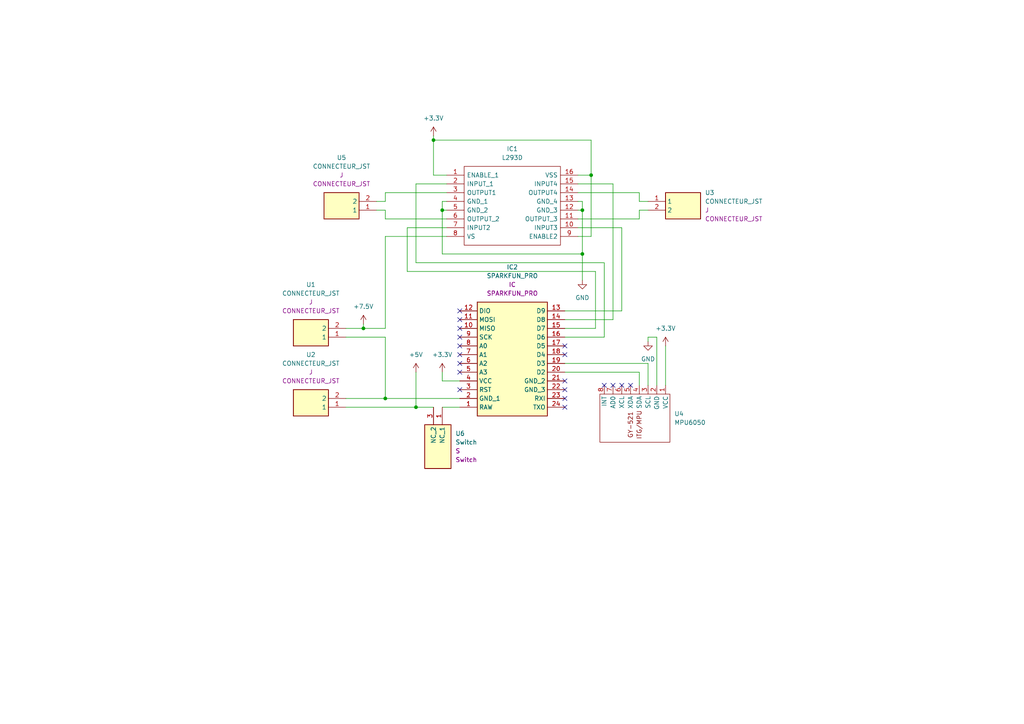
<source format=kicad_sch>
(kicad_sch (version 20211123) (generator eeschema)

  (uuid c3e844a0-c2f5-4fac-ad2b-c1267fa1b17a)

  (paper "A4")

  (lib_symbols
    (symbol "Reaction_Wheel:CONNECTEUR_JST" (in_bom yes) (on_board yes)
      (property "Reference" "" (id 0) (at 0 0 0)
        (effects (font (size 1.27 1.27)))
      )
      (property "Value" "CONNECTEUR_JST" (id 1) (at 24.13 3.81 0)
        (effects (font (size 1.27 1.27)))
      )
      (property "Footprint" "" (id 2) (at 0 0 0)
        (effects (font (size 1.27 1.27)) hide)
      )
      (property "Datasheet" "" (id 3) (at 0 0 0)
        (effects (font (size 1.27 1.27)) hide)
      )
      (property "Reference_1" "J" (id 4) (at 16.51 7.62 0)
        (effects (font (size 1.27 1.27)) (justify left top))
      )
      (property "Value_1" "CONNECTEUR_JST" (id 5) (at 15.24 5.08 0)
        (effects (font (size 1.27 1.27)) (justify left top))
      )
      (property "Footprint_1" "SHDR2W50P0X200_1X2_590X450X600P" (id 6) (at 16.51 -94.92 0)
        (effects (font (size 1.27 1.27)) (justify left top) hide)
      )
      (property "Datasheet_1" "https://datasheet.lcsc.com/szlcsc/JST-Sales-America-B2B-PH-K-S-LF-SN_C131337.pdf" (id 7) (at 16.51 -194.92 0)
        (effects (font (size 1.27 1.27)) (justify left top) hide)
      )
      (property "Height" "6" (id 8) (at 16.51 -394.92 0)
        (effects (font (size 1.27 1.27)) (justify left top) hide)
      )
      (property "Manufacturer_Name" "JST (JAPAN SOLDERLESS TERMINALS)" (id 9) (at 16.51 -494.92 0)
        (effects (font (size 1.27 1.27)) (justify left top) hide)
      )
      (property "Manufacturer_Part_Number" "B2B-PH-K-S(LF)(SN)" (id 10) (at 16.51 -594.92 0)
        (effects (font (size 1.27 1.27)) (justify left top) hide)
      )
      (property "Mouser Part Number" "" (id 11) (at 16.51 -694.92 0)
        (effects (font (size 1.27 1.27)) (justify left top) hide)
      )
      (property "Mouser Price/Stock" "" (id 12) (at 16.51 -794.92 0)
        (effects (font (size 1.27 1.27)) (justify left top) hide)
      )
      (property "Arrow Part Number" "B2B-PH-K-S(LF)(SN)" (id 13) (at 16.51 -894.92 0)
        (effects (font (size 1.27 1.27)) (justify left top) hide)
      )
      (property "Arrow Price/Stock" "https://www.arrow.com/en/products/b2b-ph-k-s-lf-sn/jst-manufacturing?region=europe" (id 14) (at 16.51 -994.92 0)
        (effects (font (size 1.27 1.27)) (justify left top) hide)
      )
      (property "ki_description" "Conn Shrouded Header HDR 2 POS 2mm Solder ST Thru-Hole Box" (id 15) (at 0 0 0)
        (effects (font (size 1.27 1.27)) hide)
      )
      (symbol "CONNECTEUR_JST_1_1"
        (rectangle (start 5.08 2.54) (end 15.24 -5.08)
          (stroke (width 0.254) (type default) (color 0 0 0 0))
          (fill (type background))
        )
        (pin passive line (at 0 0 0) (length 5.08)
          (name "1" (effects (font (size 1.27 1.27))))
          (number "1" (effects (font (size 1.27 1.27))))
        )
        (pin passive line (at 0 -2.54 0) (length 5.08)
          (name "2" (effects (font (size 1.27 1.27))))
          (number "2" (effects (font (size 1.27 1.27))))
        )
      )
    )
    (symbol "Reaction_Wheel:L293D" (pin_names (offset 0.762)) (in_bom yes) (on_board yes)
      (property "Reference" "IC" (id 0) (at 34.29 7.62 0)
        (effects (font (size 1.27 1.27)) (justify left))
      )
      (property "Value" "L293D" (id 1) (at 34.29 5.08 0)
        (effects (font (size 1.27 1.27)) (justify left))
      )
      (property "Footprint" "DIP880W50P254L2000H510Q16N" (id 2) (at 34.29 2.54 0)
        (effects (font (size 1.27 1.27)) (justify left) hide)
      )
      (property "Datasheet" "http://www.st.com/web/en/resource/technical/document/datasheet/CD00000059.pdf" (id 3) (at 34.29 0 0)
        (effects (font (size 1.27 1.27)) (justify left) hide)
      )
      (property "Description" "L293D, Motor Driver, 4.5  36 V, 16-Pin Power PDIP" (id 4) (at 34.29 -2.54 0)
        (effects (font (size 1.27 1.27)) (justify left) hide)
      )
      (property "Height" "5.1" (id 5) (at 34.29 -5.08 0)
        (effects (font (size 1.27 1.27)) (justify left) hide)
      )
      (property "Manufacturer_Name" "STMicroelectronics" (id 6) (at 34.29 -7.62 0)
        (effects (font (size 1.27 1.27)) (justify left) hide)
      )
      (property "Manufacturer_Part_Number" "L293D" (id 7) (at 34.29 -10.16 0)
        (effects (font (size 1.27 1.27)) (justify left) hide)
      )
      (property "Mouser Part Number" "511-L293D" (id 8) (at 34.29 -12.7 0)
        (effects (font (size 1.27 1.27)) (justify left) hide)
      )
      (property "Mouser Price/Stock" "https://www.mouser.co.uk/ProductDetail/STMicroelectronics/L293D?qs=gr8Zi5OG3MgMJ1ICDzLQbg%3D%3D" (id 9) (at 34.29 -15.24 0)
        (effects (font (size 1.27 1.27)) (justify left) hide)
      )
      (property "Arrow Part Number" "L293D" (id 10) (at 34.29 -17.78 0)
        (effects (font (size 1.27 1.27)) (justify left) hide)
      )
      (property "Arrow Price/Stock" "https://www.arrow.com/en/products/l293d/stmicroelectronics?region=nac" (id 11) (at 34.29 -20.32 0)
        (effects (font (size 1.27 1.27)) (justify left) hide)
      )
      (property "ki_description" "L293D, Motor Driver, 4.5  36 V, 16-Pin Power PDIP" (id 12) (at 0 0 0)
        (effects (font (size 1.27 1.27)) hide)
      )
      (symbol "L293D_0_0"
        (pin passive line (at 0 0 0) (length 5.08)
          (name "ENABLE_1" (effects (font (size 1.27 1.27))))
          (number "1" (effects (font (size 1.27 1.27))))
        )
        (pin passive line (at 38.1 -15.24 180) (length 5.08)
          (name "INPUT3" (effects (font (size 1.27 1.27))))
          (number "10" (effects (font (size 1.27 1.27))))
        )
        (pin passive line (at 38.1 -12.7 180) (length 5.08)
          (name "OUTPUT_3" (effects (font (size 1.27 1.27))))
          (number "11" (effects (font (size 1.27 1.27))))
        )
        (pin passive line (at 38.1 -10.16 180) (length 5.08)
          (name "GND_3" (effects (font (size 1.27 1.27))))
          (number "12" (effects (font (size 1.27 1.27))))
        )
        (pin passive line (at 38.1 -7.62 180) (length 5.08)
          (name "GND_4" (effects (font (size 1.27 1.27))))
          (number "13" (effects (font (size 1.27 1.27))))
        )
        (pin passive line (at 38.1 -5.08 180) (length 5.08)
          (name "OUTPUT4" (effects (font (size 1.27 1.27))))
          (number "14" (effects (font (size 1.27 1.27))))
        )
        (pin passive line (at 38.1 -2.54 180) (length 5.08)
          (name "INPUT4" (effects (font (size 1.27 1.27))))
          (number "15" (effects (font (size 1.27 1.27))))
        )
        (pin passive line (at 38.1 0 180) (length 5.08)
          (name "VSS" (effects (font (size 1.27 1.27))))
          (number "16" (effects (font (size 1.27 1.27))))
        )
        (pin passive line (at 0 -2.54 0) (length 5.08)
          (name "INPUT_1" (effects (font (size 1.27 1.27))))
          (number "2" (effects (font (size 1.27 1.27))))
        )
        (pin passive line (at 0 -5.08 0) (length 5.08)
          (name "OUTPUT1" (effects (font (size 1.27 1.27))))
          (number "3" (effects (font (size 1.27 1.27))))
        )
        (pin passive line (at 0 -7.62 0) (length 5.08)
          (name "GND_1" (effects (font (size 1.27 1.27))))
          (number "4" (effects (font (size 1.27 1.27))))
        )
        (pin passive line (at 0 -10.16 0) (length 5.08)
          (name "GND_2" (effects (font (size 1.27 1.27))))
          (number "5" (effects (font (size 1.27 1.27))))
        )
        (pin passive line (at 0 -12.7 0) (length 5.08)
          (name "OUTPUT_2" (effects (font (size 1.27 1.27))))
          (number "6" (effects (font (size 1.27 1.27))))
        )
        (pin passive line (at 0 -15.24 0) (length 5.08)
          (name "INPUT2" (effects (font (size 1.27 1.27))))
          (number "7" (effects (font (size 1.27 1.27))))
        )
        (pin passive line (at 0 -17.78 0) (length 5.08)
          (name "VS" (effects (font (size 1.27 1.27))))
          (number "8" (effects (font (size 1.27 1.27))))
        )
        (pin passive line (at 38.1 -17.78 180) (length 5.08)
          (name "ENABLE2" (effects (font (size 1.27 1.27))))
          (number "9" (effects (font (size 1.27 1.27))))
        )
      )
      (symbol "L293D_0_1"
        (polyline
          (pts
            (xy 5.08 2.54)
            (xy 33.02 2.54)
            (xy 33.02 -20.32)
            (xy 5.08 -20.32)
            (xy 5.08 2.54)
          )
          (stroke (width 0.1524) (type default) (color 0 0 0 0))
          (fill (type none))
        )
      )
    )
    (symbol "Reaction_Wheel:MPU6050" (in_bom yes) (on_board yes)
      (property "Reference" "U" (id 0) (at 0 -15.24 0)
        (effects (font (size 1.27 1.27)))
      )
      (property "Value" "MPU6050" (id 1) (at 0 7.62 0)
        (effects (font (size 1.27 1.27)))
      )
      (property "Footprint" "" (id 2) (at 0 0 0)
        (effects (font (size 1.27 1.27)) hide)
      )
      (property "Datasheet" "" (id 3) (at 0 0 0)
        (effects (font (size 1.27 1.27)) hide)
      )
      (symbol "MPU6050_0_0"
        (text "GY-521" (at 2.54 -5.08 0)
          (effects (font (size 1.27 1.27)))
        )
        (text "ITG/MPU" (at 2.54 -2.54 0)
          (effects (font (size 1.27 1.27)))
        )
      )
      (symbol "MPU6050_0_1"
        (polyline
          (pts
            (xy -6.35 6.35)
            (xy 7.62 6.35)
            (xy 7.62 -13.97)
            (xy -6.35 -13.97)
            (xy -6.35 6.35)
          )
          (stroke (width 0) (type default) (color 0 0 0 0))
          (fill (type none))
        )
      )
      (symbol "MPU6050_1_1"
        (pin input line (at -8.89 5.08 0) (length 2.54)
          (name "VCC" (effects (font (size 1.27 1.27))))
          (number "1" (effects (font (size 1.27 1.27))))
        )
        (pin input line (at -8.89 2.54 0) (length 2.54)
          (name "GND" (effects (font (size 1.27 1.27))))
          (number "2" (effects (font (size 1.27 1.27))))
        )
        (pin input line (at -8.89 0 0) (length 2.54)
          (name "SCL" (effects (font (size 1.27 1.27))))
          (number "3" (effects (font (size 1.27 1.27))))
        )
        (pin input line (at -8.89 -2.54 0) (length 2.54)
          (name "SDA" (effects (font (size 1.27 1.27))))
          (number "4" (effects (font (size 1.27 1.27))))
        )
        (pin input line (at -8.89 -5.08 0) (length 2.54)
          (name "XDA" (effects (font (size 1.27 1.27))))
          (number "5" (effects (font (size 1.27 1.27))))
        )
        (pin input line (at -8.89 -7.62 0) (length 2.54)
          (name "XCL" (effects (font (size 1.27 1.27))))
          (number "6" (effects (font (size 1.27 1.27))))
        )
        (pin input line (at -8.89 -10.16 0) (length 2.54)
          (name "AD0" (effects (font (size 1.27 1.27))))
          (number "7" (effects (font (size 1.27 1.27))))
        )
        (pin input line (at -8.89 -12.7 0) (length 2.54)
          (name "INT" (effects (font (size 1.27 1.27))))
          (number "8" (effects (font (size 1.27 1.27))))
        )
      )
    )
    (symbol "Reaction_Wheel:SPARKFUN_PRO" (in_bom yes) (on_board yes)
      (property "Reference" "" (id 0) (at 0 0 0)
        (effects (font (size 1.27 1.27)))
      )
      (property "Value" "SPARKFUN_PRO" (id 1) (at 34.29 3.81 0)
        (effects (font (size 1.27 1.27)))
      )
      (property "Footprint" "" (id 2) (at 0 0 0)
        (effects (font (size 1.27 1.27)) hide)
      )
      (property "Datasheet" "" (id 3) (at 0 0 0)
        (effects (font (size 1.27 1.27)) hide)
      )
      (property "Reference_1" "IC" (id 4) (at 26.67 7.62 0)
        (effects (font (size 1.27 1.27)) (justify left top))
      )
      (property "Value_1" "SPARKFUN_PRO" (id 5) (at 26.67 5.08 0)
        (effects (font (size 1.27 1.27)) (justify left top))
      )
      (property "Footprint_1" "DEV12587" (id 6) (at 26.67 -94.92 0)
        (effects (font (size 1.27 1.27)) (justify left top) hide)
      )
      (property "Datasheet_1" "https://www.sparkfun.com/products/12587" (id 7) (at 26.67 -194.92 0)
        (effects (font (size 1.27 1.27)) (justify left top) hide)
      )
      (property "Height" "3" (id 8) (at 26.67 -394.92 0)
        (effects (font (size 1.27 1.27)) (justify left top) hide)
      )
      (property "Manufacturer_Name" "SparkFun" (id 9) (at 26.67 -494.92 0)
        (effects (font (size 1.27 1.27)) (justify left top) hide)
      )
      (property "Manufacturer_Part_Number" "DEV-12587" (id 10) (at 26.67 -594.92 0)
        (effects (font (size 1.27 1.27)) (justify left top) hide)
      )
      (property "Mouser Part Number" "474-DEV-12587" (id 11) (at 26.67 -694.92 0)
        (effects (font (size 1.27 1.27)) (justify left top) hide)
      )
      (property "Mouser Price/Stock" "https://www.mouser.co.uk/ProductDetail/SparkFun/DEV-12587?qs=WyAARYrbSnYogCXHZ75wqw%3D%3D" (id 12) (at 26.67 -794.92 0)
        (effects (font (size 1.27 1.27)) (justify left top) hide)
      )
      (property "Arrow Part Number" "DEV-12587" (id 13) (at 26.67 -894.92 0)
        (effects (font (size 1.27 1.27)) (justify left top) hide)
      )
      (property "Arrow Price/Stock" "https://www.arrow.com/en/products/dev-12587/sparkfun-electronics?region=nac" (id 14) (at 26.67 -994.92 0)
        (effects (font (size 1.27 1.27)) (justify left top) hide)
      )
      (property "ki_description" "Development Boards & Kits - AVR Pro Micro - 3.3V/8MHz" (id 15) (at 0 0 0)
        (effects (font (size 1.27 1.27)) hide)
      )
      (symbol "SPARKFUN_PRO_1_1"
        (rectangle (start 5.08 2.54) (end 25.4 -30.48)
          (stroke (width 0.254) (type default) (color 0 0 0 0))
          (fill (type background))
        )
        (pin passive line (at 0 -27.94 0) (length 5.08)
          (name "RAW" (effects (font (size 1.27 1.27))))
          (number "1" (effects (font (size 1.27 1.27))))
        )
        (pin passive line (at 0 -5.08 0) (length 5.08)
          (name "MISO" (effects (font (size 1.27 1.27))))
          (number "10" (effects (font (size 1.27 1.27))))
        )
        (pin passive line (at 0 -2.54 0) (length 5.08)
          (name "MOSI" (effects (font (size 1.27 1.27))))
          (number "11" (effects (font (size 1.27 1.27))))
        )
        (pin passive line (at 0 0 0) (length 5.08)
          (name "DIO" (effects (font (size 1.27 1.27))))
          (number "12" (effects (font (size 1.27 1.27))))
        )
        (pin passive line (at 30.48 0 180) (length 5.08)
          (name "D9" (effects (font (size 1.27 1.27))))
          (number "13" (effects (font (size 1.27 1.27))))
        )
        (pin passive line (at 30.48 -2.54 180) (length 5.08)
          (name "D8" (effects (font (size 1.27 1.27))))
          (number "14" (effects (font (size 1.27 1.27))))
        )
        (pin passive line (at 30.48 -5.08 180) (length 5.08)
          (name "D7" (effects (font (size 1.27 1.27))))
          (number "15" (effects (font (size 1.27 1.27))))
        )
        (pin passive line (at 30.48 -7.62 180) (length 5.08)
          (name "D6" (effects (font (size 1.27 1.27))))
          (number "16" (effects (font (size 1.27 1.27))))
        )
        (pin passive line (at 30.48 -10.16 180) (length 5.08)
          (name "D5" (effects (font (size 1.27 1.27))))
          (number "17" (effects (font (size 1.27 1.27))))
        )
        (pin passive line (at 30.48 -12.7 180) (length 5.08)
          (name "D4" (effects (font (size 1.27 1.27))))
          (number "18" (effects (font (size 1.27 1.27))))
        )
        (pin passive line (at 30.48 -15.24 180) (length 5.08)
          (name "D3" (effects (font (size 1.27 1.27))))
          (number "19" (effects (font (size 1.27 1.27))))
        )
        (pin passive line (at 0 -25.4 0) (length 5.08)
          (name "GND_1" (effects (font (size 1.27 1.27))))
          (number "2" (effects (font (size 1.27 1.27))))
        )
        (pin passive line (at 30.48 -17.78 180) (length 5.08)
          (name "D2" (effects (font (size 1.27 1.27))))
          (number "20" (effects (font (size 1.27 1.27))))
        )
        (pin passive line (at 30.48 -20.32 180) (length 5.08)
          (name "GND_2" (effects (font (size 1.27 1.27))))
          (number "21" (effects (font (size 1.27 1.27))))
        )
        (pin passive line (at 30.48 -22.86 180) (length 5.08)
          (name "GND_3" (effects (font (size 1.27 1.27))))
          (number "22" (effects (font (size 1.27 1.27))))
        )
        (pin passive line (at 30.48 -25.4 180) (length 5.08)
          (name "RXI" (effects (font (size 1.27 1.27))))
          (number "23" (effects (font (size 1.27 1.27))))
        )
        (pin passive line (at 30.48 -27.94 180) (length 5.08)
          (name "TXO" (effects (font (size 1.27 1.27))))
          (number "24" (effects (font (size 1.27 1.27))))
        )
        (pin passive line (at 0 -22.86 0) (length 5.08)
          (name "RST" (effects (font (size 1.27 1.27))))
          (number "3" (effects (font (size 1.27 1.27))))
        )
        (pin passive line (at 0 -20.32 0) (length 5.08)
          (name "VCC" (effects (font (size 1.27 1.27))))
          (number "4" (effects (font (size 1.27 1.27))))
        )
        (pin passive line (at 0 -17.78 0) (length 5.08)
          (name "A3" (effects (font (size 1.27 1.27))))
          (number "5" (effects (font (size 1.27 1.27))))
        )
        (pin passive line (at 0 -15.24 0) (length 5.08)
          (name "A2" (effects (font (size 1.27 1.27))))
          (number "6" (effects (font (size 1.27 1.27))))
        )
        (pin passive line (at 0 -12.7 0) (length 5.08)
          (name "A1" (effects (font (size 1.27 1.27))))
          (number "7" (effects (font (size 1.27 1.27))))
        )
        (pin passive line (at 0 -10.16 0) (length 5.08)
          (name "A0" (effects (font (size 1.27 1.27))))
          (number "8" (effects (font (size 1.27 1.27))))
        )
        (pin passive line (at 0 -7.62 0) (length 5.08)
          (name "SCK" (effects (font (size 1.27 1.27))))
          (number "9" (effects (font (size 1.27 1.27))))
        )
      )
    )
    (symbol "Reaction_Wheel:Switch" (in_bom yes) (on_board yes)
      (property "Reference" "" (id 0) (at 0 0 0)
        (effects (font (size 1.27 1.27)))
      )
      (property "Value" "Switch" (id 1) (at 15.24 5.08 0)
        (effects (font (size 1.27 1.27)))
      )
      (property "Footprint" "" (id 2) (at 0 0 0)
        (effects (font (size 1.27 1.27)) hide)
      )
      (property "Datasheet" "" (id 3) (at 0 0 0)
        (effects (font (size 1.27 1.27)) hide)
      )
      (property "Reference_1" "S" (id 4) (at 19.05 7.62 0)
        (effects (font (size 1.27 1.27)) (justify left top))
      )
      (property "Value_1" "Switch" (id 5) (at 19.05 5.08 0)
        (effects (font (size 1.27 1.27)) (justify left top))
      )
      (property "Footprint_1" "A11HP" (id 6) (at 19.05 -94.92 0)
        (effects (font (size 1.27 1.27)) (justify left top) hide)
      )
      (property "Datasheet_1" "https://www.mouser.co.uk/datasheet/2/295/Atoggles-19525.pdf" (id 7) (at 19.05 -194.92 0)
        (effects (font (size 1.27 1.27)) (justify left top) hide)
      )
      (property "Height" "19.4" (id 8) (at 19.05 -394.92 0)
        (effects (font (size 1.27 1.27)) (justify left top) hide)
      )
      (property "Manufacturer_Name" "NKK Switches" (id 9) (at 19.05 -494.92 0)
        (effects (font (size 1.27 1.27)) (justify left top) hide)
      )
      (property "Manufacturer_Part_Number" "A11HP" (id 10) (at 19.05 -594.92 0)
        (effects (font (size 1.27 1.27)) (justify left top) hide)
      )
      (property "Mouser Part Number" "633-A11HP" (id 11) (at 19.05 -694.92 0)
        (effects (font (size 1.27 1.27)) (justify left top) hide)
      )
      (property "Mouser Price/Stock" "https://www.mouser.co.uk/ProductDetail/NKK-Switches/A11HP?qs=KqcCwYXy5KEHbEk28nKSSw%3D%3D" (id 12) (at 19.05 -794.92 0)
        (effects (font (size 1.27 1.27)) (justify left top) hide)
      )
      (property "Arrow Part Number" "A11HP" (id 13) (at 19.05 -894.92 0)
        (effects (font (size 1.27 1.27)) (justify left top) hide)
      )
      (property "Arrow Price/Stock" "https://www.arrow.com/en/products/a11hp/nkk-switches?region=nac" (id 14) (at 19.05 -994.92 0)
        (effects (font (size 1.27 1.27)) (justify left top) hide)
      )
      (property "ki_description" "Switch Toggle OFF None ON SPST Flat Lever PC Pins 0.1A 28VAC 28VDC 0.4VA PC Mount" (id 15) (at 0 0 0)
        (effects (font (size 1.27 1.27)) hide)
      )
      (symbol "Switch_1_1"
        (rectangle (start 5.08 2.54) (end 17.78 -5.08)
          (stroke (width 0.254) (type default) (color 0 0 0 0))
          (fill (type background))
        )
        (pin passive line (at 0 0 0) (length 5.08)
          (name "NC_1" (effects (font (size 1.27 1.27))))
          (number "1" (effects (font (size 1.27 1.27))))
        )
        (pin passive line (at 0 -2.54 0) (length 5.08)
          (name "NC_2" (effects (font (size 1.27 1.27))))
          (number "3" (effects (font (size 1.27 1.27))))
        )
      )
    )
    (symbol "power:+3.3V" (power) (pin_names (offset 0)) (in_bom yes) (on_board yes)
      (property "Reference" "#PWR" (id 0) (at 0 -3.81 0)
        (effects (font (size 1.27 1.27)) hide)
      )
      (property "Value" "+3.3V" (id 1) (at 0 3.556 0)
        (effects (font (size 1.27 1.27)))
      )
      (property "Footprint" "" (id 2) (at 0 0 0)
        (effects (font (size 1.27 1.27)) hide)
      )
      (property "Datasheet" "" (id 3) (at 0 0 0)
        (effects (font (size 1.27 1.27)) hide)
      )
      (property "ki_keywords" "global power" (id 4) (at 0 0 0)
        (effects (font (size 1.27 1.27)) hide)
      )
      (property "ki_description" "Power symbol creates a global label with name \"+3.3V\"" (id 5) (at 0 0 0)
        (effects (font (size 1.27 1.27)) hide)
      )
      (symbol "+3.3V_0_1"
        (polyline
          (pts
            (xy -0.762 1.27)
            (xy 0 2.54)
          )
          (stroke (width 0) (type default) (color 0 0 0 0))
          (fill (type none))
        )
        (polyline
          (pts
            (xy 0 0)
            (xy 0 2.54)
          )
          (stroke (width 0) (type default) (color 0 0 0 0))
          (fill (type none))
        )
        (polyline
          (pts
            (xy 0 2.54)
            (xy 0.762 1.27)
          )
          (stroke (width 0) (type default) (color 0 0 0 0))
          (fill (type none))
        )
      )
      (symbol "+3.3V_1_1"
        (pin power_in line (at 0 0 90) (length 0) hide
          (name "+3.3V" (effects (font (size 1.27 1.27))))
          (number "1" (effects (font (size 1.27 1.27))))
        )
      )
    )
    (symbol "power:+5V" (power) (pin_names (offset 0)) (in_bom yes) (on_board yes)
      (property "Reference" "#PWR" (id 0) (at 0 -3.81 0)
        (effects (font (size 1.27 1.27)) hide)
      )
      (property "Value" "+5V" (id 1) (at 0 3.556 0)
        (effects (font (size 1.27 1.27)))
      )
      (property "Footprint" "" (id 2) (at 0 0 0)
        (effects (font (size 1.27 1.27)) hide)
      )
      (property "Datasheet" "" (id 3) (at 0 0 0)
        (effects (font (size 1.27 1.27)) hide)
      )
      (property "ki_keywords" "global power" (id 4) (at 0 0 0)
        (effects (font (size 1.27 1.27)) hide)
      )
      (property "ki_description" "Power symbol creates a global label with name \"+5V\"" (id 5) (at 0 0 0)
        (effects (font (size 1.27 1.27)) hide)
      )
      (symbol "+5V_0_1"
        (polyline
          (pts
            (xy -0.762 1.27)
            (xy 0 2.54)
          )
          (stroke (width 0) (type default) (color 0 0 0 0))
          (fill (type none))
        )
        (polyline
          (pts
            (xy 0 0)
            (xy 0 2.54)
          )
          (stroke (width 0) (type default) (color 0 0 0 0))
          (fill (type none))
        )
        (polyline
          (pts
            (xy 0 2.54)
            (xy 0.762 1.27)
          )
          (stroke (width 0) (type default) (color 0 0 0 0))
          (fill (type none))
        )
      )
      (symbol "+5V_1_1"
        (pin power_in line (at 0 0 90) (length 0) hide
          (name "+5V" (effects (font (size 1.27 1.27))))
          (number "1" (effects (font (size 1.27 1.27))))
        )
      )
    )
    (symbol "power:+7.5V" (power) (pin_names (offset 0)) (in_bom yes) (on_board yes)
      (property "Reference" "#PWR" (id 0) (at 0 -3.81 0)
        (effects (font (size 1.27 1.27)) hide)
      )
      (property "Value" "+7.5V" (id 1) (at 0 3.556 0)
        (effects (font (size 1.27 1.27)))
      )
      (property "Footprint" "" (id 2) (at 0 0 0)
        (effects (font (size 1.27 1.27)) hide)
      )
      (property "Datasheet" "" (id 3) (at 0 0 0)
        (effects (font (size 1.27 1.27)) hide)
      )
      (property "ki_keywords" "global power" (id 4) (at 0 0 0)
        (effects (font (size 1.27 1.27)) hide)
      )
      (property "ki_description" "Power symbol creates a global label with name \"+7.5V\"" (id 5) (at 0 0 0)
        (effects (font (size 1.27 1.27)) hide)
      )
      (symbol "+7.5V_0_1"
        (polyline
          (pts
            (xy -0.762 1.27)
            (xy 0 2.54)
          )
          (stroke (width 0) (type default) (color 0 0 0 0))
          (fill (type none))
        )
        (polyline
          (pts
            (xy 0 0)
            (xy 0 2.54)
          )
          (stroke (width 0) (type default) (color 0 0 0 0))
          (fill (type none))
        )
        (polyline
          (pts
            (xy 0 2.54)
            (xy 0.762 1.27)
          )
          (stroke (width 0) (type default) (color 0 0 0 0))
          (fill (type none))
        )
      )
      (symbol "+7.5V_1_1"
        (pin power_in line (at 0 0 90) (length 0) hide
          (name "+7.5V" (effects (font (size 1.27 1.27))))
          (number "1" (effects (font (size 1.27 1.27))))
        )
      )
    )
    (symbol "power:GND" (power) (pin_names (offset 0)) (in_bom yes) (on_board yes)
      (property "Reference" "#PWR" (id 0) (at 0 -6.35 0)
        (effects (font (size 1.27 1.27)) hide)
      )
      (property "Value" "GND" (id 1) (at 0 -3.81 0)
        (effects (font (size 1.27 1.27)))
      )
      (property "Footprint" "" (id 2) (at 0 0 0)
        (effects (font (size 1.27 1.27)) hide)
      )
      (property "Datasheet" "" (id 3) (at 0 0 0)
        (effects (font (size 1.27 1.27)) hide)
      )
      (property "ki_keywords" "global power" (id 4) (at 0 0 0)
        (effects (font (size 1.27 1.27)) hide)
      )
      (property "ki_description" "Power symbol creates a global label with name \"GND\" , ground" (id 5) (at 0 0 0)
        (effects (font (size 1.27 1.27)) hide)
      )
      (symbol "GND_0_1"
        (polyline
          (pts
            (xy 0 0)
            (xy 0 -1.27)
            (xy 1.27 -1.27)
            (xy 0 -2.54)
            (xy -1.27 -1.27)
            (xy 0 -1.27)
          )
          (stroke (width 0) (type default) (color 0 0 0 0))
          (fill (type none))
        )
      )
      (symbol "GND_1_1"
        (pin power_in line (at 0 0 270) (length 0) hide
          (name "GND" (effects (font (size 1.27 1.27))))
          (number "1" (effects (font (size 1.27 1.27))))
        )
      )
    )
  )


  (junction (at 120.65 118.11) (diameter 0) (color 0 0 0 0)
    (uuid 0f2ee08b-0f94-4bf6-9216-f568f4b4b6c7)
  )
  (junction (at 128.27 60.96) (diameter 0) (color 0 0 0 0)
    (uuid 6082b8ab-a898-42ce-b51a-1fe1b9a1ffd2)
  )
  (junction (at 105.41 95.25) (diameter 0) (color 0 0 0 0)
    (uuid 8fdb0d76-530c-4001-9845-62c7dd87da39)
  )
  (junction (at 168.91 60.96) (diameter 0) (color 0 0 0 0)
    (uuid b46307ad-a31f-4a9e-a6b6-b682b4fb1850)
  )
  (junction (at 168.91 73.66) (diameter 0) (color 0 0 0 0)
    (uuid d7926853-79f6-435f-b956-3114ad98a1fb)
  )
  (junction (at 125.73 40.64) (diameter 0) (color 0 0 0 0)
    (uuid e68ff87b-2b6a-410e-89c3-13c18158fdb9)
  )
  (junction (at 171.45 50.8) (diameter 0) (color 0 0 0 0)
    (uuid f4edcca0-aeba-43c7-bf46-de8493f01d72)
  )
  (junction (at 111.76 115.57) (diameter 0) (color 0 0 0 0)
    (uuid fdd3f6f2-4928-4b6c-8870-8d1f0abb28f5)
  )

  (no_connect (at 175.26 111.76) (uuid 02cf617b-56d2-4181-96ef-9b5b7aca1312))
  (no_connect (at 133.35 113.03) (uuid 11afd1d9-1a8d-471c-866b-6d4f8394a813))
  (no_connect (at 133.35 107.95) (uuid 1880bebd-5180-46eb-a483-7ae2b7110488))
  (no_connect (at 163.83 100.33) (uuid 188f32a4-4988-49c0-9522-3b8bf3365352))
  (no_connect (at 163.83 113.03) (uuid 235ac1ab-d3a5-46a3-8126-19be3aad9f35))
  (no_connect (at 133.35 102.87) (uuid 25949ccd-8e1c-40e0-8e12-c58394b56d5b))
  (no_connect (at 133.35 95.25) (uuid 27224213-efbc-49a2-84e4-a170981d65a8))
  (no_connect (at 133.35 100.33) (uuid 34a4b5b9-2692-4d8e-a7e0-6ae51de04c9e))
  (no_connect (at 133.35 92.71) (uuid 386593b2-a0e8-4155-bbb2-a5bc59e80cb3))
  (no_connect (at 180.34 111.76) (uuid 547283c4-f7a6-4639-a227-213c7250903f))
  (no_connect (at 163.83 118.11) (uuid 56c51e0d-2d9a-4cd7-bc26-4dee05284ed0))
  (no_connect (at 163.83 110.49) (uuid 6291b74e-0108-4c42-ac11-bdc97205234e))
  (no_connect (at 163.83 115.57) (uuid 7349f376-11a0-4954-bbf1-100850b5dcf3))
  (no_connect (at 177.8 111.76) (uuid 744e7748-516e-4b02-af96-eadf80cc1b38))
  (no_connect (at 163.83 102.87) (uuid 832db805-67a4-4e6d-9c90-4c25833fcc7a))
  (no_connect (at 133.35 97.79) (uuid 98367497-9076-48ea-b5db-aa6984f2e23b))
  (no_connect (at 133.35 105.41) (uuid 98d6bd59-ec6b-4950-ab39-813af0028eb0))
  (no_connect (at 133.35 90.17) (uuid 9d22c010-123f-4c7e-b1f4-e867992e68fb))
  (no_connect (at 182.88 111.76) (uuid ef8e5d85-0440-4b3f-9f54-236eb9aeb8ab))

  (wire (pts (xy 180.34 90.17) (xy 180.34 66.04))
    (stroke (width 0) (type default) (color 0 0 0 0))
    (uuid 03885b49-7056-432e-9a87-cf8e6a9dd4e8)
  )
  (wire (pts (xy 125.73 50.8) (xy 125.73 40.64))
    (stroke (width 0) (type default) (color 0 0 0 0))
    (uuid 05ea1cb3-eee9-4d88-b167-17f8836acbd7)
  )
  (wire (pts (xy 111.76 60.96) (xy 109.22 60.96))
    (stroke (width 0) (type default) (color 0 0 0 0))
    (uuid 0f8333ca-dd65-47c3-a412-f56ed92f6d0d)
  )
  (wire (pts (xy 190.5 111.76) (xy 190.5 97.79))
    (stroke (width 0) (type default) (color 0 0 0 0))
    (uuid 107efd40-483e-4d6e-ae81-5ec82cfd6f4f)
  )
  (wire (pts (xy 168.91 60.96) (xy 167.64 60.96))
    (stroke (width 0) (type default) (color 0 0 0 0))
    (uuid 18e35eca-556e-413a-a082-71d1e1044c05)
  )
  (wire (pts (xy 163.83 95.25) (xy 172.72 95.25))
    (stroke (width 0) (type default) (color 0 0 0 0))
    (uuid 1b57c1df-4e29-42b9-9255-09bee90569ed)
  )
  (wire (pts (xy 185.42 60.96) (xy 187.96 60.96))
    (stroke (width 0) (type default) (color 0 0 0 0))
    (uuid 1ddb955f-1d92-4778-ad24-cc95d5e01285)
  )
  (wire (pts (xy 118.11 78.74) (xy 118.11 66.04))
    (stroke (width 0) (type default) (color 0 0 0 0))
    (uuid 24ae5e03-c218-42bf-adee-979d588819cb)
  )
  (wire (pts (xy 175.26 76.2) (xy 120.65 76.2))
    (stroke (width 0) (type default) (color 0 0 0 0))
    (uuid 28bab80a-c9bb-4734-8a22-24085d1755b1)
  )
  (wire (pts (xy 120.65 53.34) (xy 129.54 53.34))
    (stroke (width 0) (type default) (color 0 0 0 0))
    (uuid 2f27e0f7-de2b-4e67-9bba-23615d028472)
  )
  (wire (pts (xy 111.76 95.25) (xy 111.76 68.58))
    (stroke (width 0) (type default) (color 0 0 0 0))
    (uuid 335f3140-8861-4e53-97ff-dfdc0b8b4443)
  )
  (wire (pts (xy 120.65 76.2) (xy 120.65 53.34))
    (stroke (width 0) (type default) (color 0 0 0 0))
    (uuid 372e7ae4-2e23-4575-b821-c767cd281599)
  )
  (wire (pts (xy 120.65 107.95) (xy 120.65 118.11))
    (stroke (width 0) (type default) (color 0 0 0 0))
    (uuid 37443969-7bf9-45c7-bca4-6af9545f4945)
  )
  (wire (pts (xy 111.76 58.42) (xy 109.22 58.42))
    (stroke (width 0) (type default) (color 0 0 0 0))
    (uuid 3bcb0d83-d88d-40f0-87a8-eb504eff3e16)
  )
  (wire (pts (xy 129.54 50.8) (xy 125.73 50.8))
    (stroke (width 0) (type default) (color 0 0 0 0))
    (uuid 3c9cdd06-71e9-4f59-bc2c-ef92873acd75)
  )
  (wire (pts (xy 120.65 118.11) (xy 125.73 118.11))
    (stroke (width 0) (type default) (color 0 0 0 0))
    (uuid 3f419382-6207-40a6-bace-7bfd55f9dc24)
  )
  (wire (pts (xy 171.45 68.58) (xy 171.45 50.8))
    (stroke (width 0) (type default) (color 0 0 0 0))
    (uuid 3f905447-7a65-4a44-bc89-81dfbea9c273)
  )
  (wire (pts (xy 167.64 68.58) (xy 171.45 68.58))
    (stroke (width 0) (type default) (color 0 0 0 0))
    (uuid 40e0fe87-4f83-426a-9956-62b7990079dc)
  )
  (wire (pts (xy 128.27 118.11) (xy 133.35 118.11))
    (stroke (width 0) (type default) (color 0 0 0 0))
    (uuid 44b2c7d0-07c8-46b2-a760-a2ffdbb23e17)
  )
  (wire (pts (xy 125.73 40.64) (xy 171.45 40.64))
    (stroke (width 0) (type default) (color 0 0 0 0))
    (uuid 4871db50-c8f9-43e1-8b13-f8d54eeb6a69)
  )
  (wire (pts (xy 177.8 92.71) (xy 177.8 53.34))
    (stroke (width 0) (type default) (color 0 0 0 0))
    (uuid 4937f1c1-9e90-4e96-bd3f-cca4ab33db2c)
  )
  (wire (pts (xy 111.76 63.5) (xy 111.76 60.96))
    (stroke (width 0) (type default) (color 0 0 0 0))
    (uuid 49a09541-8276-4a13-a883-3223a11b59a9)
  )
  (wire (pts (xy 185.42 55.88) (xy 185.42 58.42))
    (stroke (width 0) (type default) (color 0 0 0 0))
    (uuid 4c45fdac-b751-4c33-87a4-3585a6c31311)
  )
  (wire (pts (xy 128.27 58.42) (xy 129.54 58.42))
    (stroke (width 0) (type default) (color 0 0 0 0))
    (uuid 4e73ff58-8355-48be-a473-99d75279153c)
  )
  (wire (pts (xy 129.54 55.88) (xy 111.76 55.88))
    (stroke (width 0) (type default) (color 0 0 0 0))
    (uuid 51b35353-55b6-4d54-a8c3-17caa48d4707)
  )
  (wire (pts (xy 167.64 58.42) (xy 168.91 58.42))
    (stroke (width 0) (type default) (color 0 0 0 0))
    (uuid 52e66a94-0774-4144-943b-35028c5d316e)
  )
  (wire (pts (xy 128.27 73.66) (xy 128.27 60.96))
    (stroke (width 0) (type default) (color 0 0 0 0))
    (uuid 55f982c1-f59f-403f-beff-fc66766df3c3)
  )
  (wire (pts (xy 193.04 100.33) (xy 193.04 111.76))
    (stroke (width 0) (type default) (color 0 0 0 0))
    (uuid 569cb86c-d305-4478-96e0-081dc8f8482f)
  )
  (wire (pts (xy 128.27 107.95) (xy 128.27 110.49))
    (stroke (width 0) (type default) (color 0 0 0 0))
    (uuid 5751e5f0-c270-48ec-b9c0-c3e17f5e52a5)
  )
  (wire (pts (xy 171.45 40.64) (xy 171.45 50.8))
    (stroke (width 0) (type default) (color 0 0 0 0))
    (uuid 57b4395b-b45b-4dbb-9188-0dcdf6813cd4)
  )
  (wire (pts (xy 125.73 39.37) (xy 125.73 40.64))
    (stroke (width 0) (type default) (color 0 0 0 0))
    (uuid 589b6091-0d82-44e9-a8f0-d747f5114dc5)
  )
  (wire (pts (xy 163.83 107.95) (xy 185.42 107.95))
    (stroke (width 0) (type default) (color 0 0 0 0))
    (uuid 6283de19-c6a8-43f4-a01f-1229fae4bec7)
  )
  (wire (pts (xy 163.83 90.17) (xy 180.34 90.17))
    (stroke (width 0) (type default) (color 0 0 0 0))
    (uuid 63c8d2f4-7487-455b-a9ab-f32f34e32f2b)
  )
  (wire (pts (xy 187.96 97.79) (xy 187.96 99.06))
    (stroke (width 0) (type default) (color 0 0 0 0))
    (uuid 64ee6c10-3512-4905-9590-46375d904385)
  )
  (wire (pts (xy 168.91 73.66) (xy 168.91 81.28))
    (stroke (width 0) (type default) (color 0 0 0 0))
    (uuid 67652364-3da2-43c6-a4d7-a27b61cbfb0a)
  )
  (wire (pts (xy 185.42 63.5) (xy 185.42 60.96))
    (stroke (width 0) (type default) (color 0 0 0 0))
    (uuid 69ccfb2e-69f1-4218-bb41-cb7d98213c01)
  )
  (wire (pts (xy 168.91 60.96) (xy 168.91 73.66))
    (stroke (width 0) (type default) (color 0 0 0 0))
    (uuid 6a492454-b469-4b34-a91e-1fcb74692d3d)
  )
  (wire (pts (xy 172.72 78.74) (xy 118.11 78.74))
    (stroke (width 0) (type default) (color 0 0 0 0))
    (uuid 6a56c3b2-5ad9-4900-9d9f-16f1cc0f45b4)
  )
  (wire (pts (xy 190.5 97.79) (xy 187.96 97.79))
    (stroke (width 0) (type default) (color 0 0 0 0))
    (uuid 6b7ed894-ea47-4be2-a3df-11660f3a6e4f)
  )
  (wire (pts (xy 111.76 55.88) (xy 111.76 58.42))
    (stroke (width 0) (type default) (color 0 0 0 0))
    (uuid 6bd58182-a87a-44f5-908b-fb2a819ca72c)
  )
  (wire (pts (xy 167.64 63.5) (xy 185.42 63.5))
    (stroke (width 0) (type default) (color 0 0 0 0))
    (uuid 6dcb2b08-aa4b-40c1-9e1f-97297f15bdcc)
  )
  (wire (pts (xy 180.34 66.04) (xy 167.64 66.04))
    (stroke (width 0) (type default) (color 0 0 0 0))
    (uuid 6f3dd5a9-0eff-49db-93a8-a8c65eb048c4)
  )
  (wire (pts (xy 187.96 105.41) (xy 187.96 111.76))
    (stroke (width 0) (type default) (color 0 0 0 0))
    (uuid 790aac6a-620f-4349-ba0e-3354c287bdfe)
  )
  (wire (pts (xy 128.27 60.96) (xy 128.27 58.42))
    (stroke (width 0) (type default) (color 0 0 0 0))
    (uuid 7bf48483-e873-4c91-b757-6fcc0eb9de8e)
  )
  (wire (pts (xy 172.72 95.25) (xy 172.72 78.74))
    (stroke (width 0) (type default) (color 0 0 0 0))
    (uuid 7e0c9366-0873-4a19-977f-1dbf4123c5bb)
  )
  (wire (pts (xy 175.26 97.79) (xy 175.26 76.2))
    (stroke (width 0) (type default) (color 0 0 0 0))
    (uuid 80073469-5b02-43ab-bca8-eb1cd443a29a)
  )
  (wire (pts (xy 168.91 73.66) (xy 128.27 73.66))
    (stroke (width 0) (type default) (color 0 0 0 0))
    (uuid 859db39a-d18c-4aae-a60c-af3857ee358d)
  )
  (wire (pts (xy 163.83 97.79) (xy 175.26 97.79))
    (stroke (width 0) (type default) (color 0 0 0 0))
    (uuid 90d0a602-df0f-4576-83e5-bf947565715d)
  )
  (wire (pts (xy 163.83 105.41) (xy 187.96 105.41))
    (stroke (width 0) (type default) (color 0 0 0 0))
    (uuid 94e3bde0-a3c5-4325-9d6a-608f34d60093)
  )
  (wire (pts (xy 167.64 55.88) (xy 185.42 55.88))
    (stroke (width 0) (type default) (color 0 0 0 0))
    (uuid 956137d7-37ed-459e-bde9-a9ff56fe7451)
  )
  (wire (pts (xy 168.91 58.42) (xy 168.91 60.96))
    (stroke (width 0) (type default) (color 0 0 0 0))
    (uuid 9a53c0b2-21fd-40ac-a015-cb5adbf16c25)
  )
  (wire (pts (xy 118.11 66.04) (xy 129.54 66.04))
    (stroke (width 0) (type default) (color 0 0 0 0))
    (uuid 9ebc4dc1-333e-4ae0-b586-73e95cb54fa0)
  )
  (wire (pts (xy 100.33 115.57) (xy 111.76 115.57))
    (stroke (width 0) (type default) (color 0 0 0 0))
    (uuid 9fc4c689-11d2-4824-a0e8-1bedf42fcd58)
  )
  (wire (pts (xy 128.27 110.49) (xy 133.35 110.49))
    (stroke (width 0) (type default) (color 0 0 0 0))
    (uuid aea79373-02a2-4470-ab97-b0a99337efb9)
  )
  (wire (pts (xy 100.33 118.11) (xy 120.65 118.11))
    (stroke (width 0) (type default) (color 0 0 0 0))
    (uuid c07fb85b-a8d5-40ca-a88c-91f731b70884)
  )
  (wire (pts (xy 111.76 115.57) (xy 133.35 115.57))
    (stroke (width 0) (type default) (color 0 0 0 0))
    (uuid c5391674-de43-4472-807a-47f5840ad3c7)
  )
  (wire (pts (xy 111.76 68.58) (xy 129.54 68.58))
    (stroke (width 0) (type default) (color 0 0 0 0))
    (uuid c62c7b98-7f7d-4a1b-9f67-7c2b960c3f7d)
  )
  (wire (pts (xy 111.76 97.79) (xy 100.33 97.79))
    (stroke (width 0) (type default) (color 0 0 0 0))
    (uuid ce139868-275b-4b8f-ae7f-88929e956d0f)
  )
  (wire (pts (xy 129.54 60.96) (xy 128.27 60.96))
    (stroke (width 0) (type default) (color 0 0 0 0))
    (uuid cf3d0752-1427-40c4-8840-a9298aad11b0)
  )
  (wire (pts (xy 185.42 58.42) (xy 187.96 58.42))
    (stroke (width 0) (type default) (color 0 0 0 0))
    (uuid d4bb3b39-1ed2-4a76-a44d-b607c2c8dfa3)
  )
  (wire (pts (xy 105.41 95.25) (xy 111.76 95.25))
    (stroke (width 0) (type default) (color 0 0 0 0))
    (uuid d654056f-5a8c-46d1-b07b-9a5b52ffc332)
  )
  (wire (pts (xy 129.54 63.5) (xy 111.76 63.5))
    (stroke (width 0) (type default) (color 0 0 0 0))
    (uuid d8b2882e-8117-482d-8b23-3245d4b102d7)
  )
  (wire (pts (xy 177.8 53.34) (xy 167.64 53.34))
    (stroke (width 0) (type default) (color 0 0 0 0))
    (uuid d9ffc410-7981-40c7-a424-923ee35482c7)
  )
  (wire (pts (xy 163.83 92.71) (xy 177.8 92.71))
    (stroke (width 0) (type default) (color 0 0 0 0))
    (uuid e2edc3be-d803-45cd-879b-a4fa6a61d389)
  )
  (wire (pts (xy 185.42 107.95) (xy 185.42 111.76))
    (stroke (width 0) (type default) (color 0 0 0 0))
    (uuid ef06b1aa-2748-41c3-8d3e-5019c4da8da5)
  )
  (wire (pts (xy 105.41 93.98) (xy 105.41 95.25))
    (stroke (width 0) (type default) (color 0 0 0 0))
    (uuid f04e8101-3996-4cf5-9b35-10f7201b6362)
  )
  (wire (pts (xy 100.33 95.25) (xy 105.41 95.25))
    (stroke (width 0) (type default) (color 0 0 0 0))
    (uuid fbe1bdfc-b010-46f9-88ea-e3c2687e7fb9)
  )
  (wire (pts (xy 171.45 50.8) (xy 167.64 50.8))
    (stroke (width 0) (type default) (color 0 0 0 0))
    (uuid fbfa8285-2ef0-41ea-9db7-60f536891e95)
  )
  (wire (pts (xy 111.76 97.79) (xy 111.76 115.57))
    (stroke (width 0) (type default) (color 0 0 0 0))
    (uuid fdeeed9d-5d72-45d8-8cbd-6b8eda437e03)
  )

  (symbol (lib_id "power:+7.5V") (at 105.41 93.98 0) (unit 1)
    (in_bom yes) (on_board yes) (fields_autoplaced)
    (uuid 039fa218-a4a3-42a1-b942-fa3d28f03a91)
    (property "Reference" "#PWR01" (id 0) (at 105.41 97.79 0)
      (effects (font (size 1.27 1.27)) hide)
    )
    (property "Value" "+7.5V" (id 1) (at 105.41 88.9 0))
    (property "Footprint" "" (id 2) (at 105.41 93.98 0)
      (effects (font (size 1.27 1.27)) hide)
    )
    (property "Datasheet" "" (id 3) (at 105.41 93.98 0)
      (effects (font (size 1.27 1.27)) hide)
    )
    (pin "1" (uuid 4a7995d1-ac95-431d-864c-2b21beb8e170))
  )

  (symbol (lib_id "Reaction_Wheel:MPU6050") (at 187.96 120.65 270) (unit 1)
    (in_bom yes) (on_board yes) (fields_autoplaced)
    (uuid 0486ef3e-22f2-4a62-8017-cdce2bee0ef5)
    (property "Reference" "U4" (id 0) (at 195.58 120.0149 90)
      (effects (font (size 1.27 1.27)) (justify left))
    )
    (property "Value" "MPU6050" (id 1) (at 195.58 122.5549 90)
      (effects (font (size 1.27 1.27)) (justify left))
    )
    (property "Footprint" "reaction_wheel:MPU6050" (id 2) (at 187.96 120.65 0)
      (effects (font (size 1.27 1.27)) hide)
    )
    (property "Datasheet" "" (id 3) (at 187.96 120.65 0)
      (effects (font (size 1.27 1.27)) hide)
    )
    (pin "1" (uuid 3355cc79-ab32-4198-8dd8-da6668ca97d7))
    (pin "2" (uuid ddfe43eb-567e-4d21-adf4-8daf0cf87f0c))
    (pin "3" (uuid e6d3af46-3128-4ab5-877b-0efc86eb9add))
    (pin "4" (uuid 31de2d03-ec8d-440b-8000-b2e32ddf2ea7))
    (pin "5" (uuid 52f92a43-2810-43c4-9694-69dd09f97625))
    (pin "6" (uuid c4eb8623-aa52-4f91-af63-9791a20f0ec6))
    (pin "7" (uuid 9037f492-ed94-4f2f-b1a4-ca87f76f4f81))
    (pin "8" (uuid 75559959-54c8-49a7-b6a3-b0ac07790c4f))
  )

  (symbol (lib_id "power:GND") (at 168.91 81.28 0) (unit 1)
    (in_bom yes) (on_board yes) (fields_autoplaced)
    (uuid 1055a23b-5b9f-450e-b2c5-b2906d299ce7)
    (property "Reference" "#PWR05" (id 0) (at 168.91 87.63 0)
      (effects (font (size 1.27 1.27)) hide)
    )
    (property "Value" "GND" (id 1) (at 168.91 86.36 0))
    (property "Footprint" "" (id 2) (at 168.91 81.28 0)
      (effects (font (size 1.27 1.27)) hide)
    )
    (property "Datasheet" "" (id 3) (at 168.91 81.28 0)
      (effects (font (size 1.27 1.27)) hide)
    )
    (pin "1" (uuid 13917a6a-b689-43c5-8066-ac55b20f6c25))
  )

  (symbol (lib_id "Reaction_Wheel:CONNECTEUR_JST") (at 187.96 58.42 0) (unit 1)
    (in_bom yes) (on_board yes) (fields_autoplaced)
    (uuid 1f7c9b46-64f1-4b42-9d9d-8434cc060b4f)
    (property "Reference" "U3" (id 0) (at 204.47 55.8799 0)
      (effects (font (size 1.27 1.27)) (justify left))
    )
    (property "Value" "CONNECTEUR_JST" (id 1) (at 204.47 58.4199 0)
      (effects (font (size 1.27 1.27)) (justify left))
    )
    (property "Footprint" "reaction_wheel:SHDR2W50P0X200_1X2_590X450X600P" (id 2) (at 187.96 58.42 0)
      (effects (font (size 1.27 1.27)) hide)
    )
    (property "Datasheet" "" (id 3) (at 187.96 58.42 0)
      (effects (font (size 1.27 1.27)) hide)
    )
    (property "Reference_1" "J" (id 4) (at 204.47 60.9599 0)
      (effects (font (size 1.27 1.27)) (justify left))
    )
    (property "Value_1" "CONNECTEUR_JST" (id 5) (at 204.47 63.4999 0)
      (effects (font (size 1.27 1.27)) (justify left))
    )
    (property "Footprint_1" "SHDR2W50P0X200_1X2_590X450X600P" (id 6) (at 204.47 153.34 0)
      (effects (font (size 1.27 1.27)) (justify left top) hide)
    )
    (property "Datasheet_1" "https://datasheet.lcsc.com/szlcsc/JST-Sales-America-B2B-PH-K-S-LF-SN_C131337.pdf" (id 7) (at 204.47 253.34 0)
      (effects (font (size 1.27 1.27)) (justify left top) hide)
    )
    (property "Height" "6" (id 8) (at 204.47 453.34 0)
      (effects (font (size 1.27 1.27)) (justify left top) hide)
    )
    (property "Manufacturer_Name" "JST (JAPAN SOLDERLESS TERMINALS)" (id 9) (at 204.47 553.34 0)
      (effects (font (size 1.27 1.27)) (justify left top) hide)
    )
    (property "Manufacturer_Part_Number" "B2B-PH-K-S(LF)(SN)" (id 10) (at 204.47 653.34 0)
      (effects (font (size 1.27 1.27)) (justify left top) hide)
    )
    (property "Mouser Part Number" "" (id 11) (at 204.47 753.34 0)
      (effects (font (size 1.27 1.27)) (justify left top) hide)
    )
    (property "Mouser Price/Stock" "" (id 12) (at 204.47 853.34 0)
      (effects (font (size 1.27 1.27)) (justify left top) hide)
    )
    (property "Arrow Part Number" "B2B-PH-K-S(LF)(SN)" (id 13) (at 204.47 953.34 0)
      (effects (font (size 1.27 1.27)) (justify left top) hide)
    )
    (property "Arrow Price/Stock" "https://www.arrow.com/en/products/b2b-ph-k-s-lf-sn/jst-manufacturing?region=europe" (id 14) (at 204.47 1053.34 0)
      (effects (font (size 1.27 1.27)) (justify left top) hide)
    )
    (pin "1" (uuid 7b04b7da-8678-4cfa-8a86-ce7d02f7a77f))
    (pin "2" (uuid f935f77a-c4e4-4f6a-9ece-e79557fa3e61))
  )

  (symbol (lib_id "power:+3.3V") (at 193.04 100.33 0) (unit 1)
    (in_bom yes) (on_board yes) (fields_autoplaced)
    (uuid 2b98b39b-d504-4b2b-b334-b26bb66bd1d3)
    (property "Reference" "#PWR07" (id 0) (at 193.04 104.14 0)
      (effects (font (size 1.27 1.27)) hide)
    )
    (property "Value" "+3.3V" (id 1) (at 193.04 95.25 0))
    (property "Footprint" "" (id 2) (at 193.04 100.33 0)
      (effects (font (size 1.27 1.27)) hide)
    )
    (property "Datasheet" "" (id 3) (at 193.04 100.33 0)
      (effects (font (size 1.27 1.27)) hide)
    )
    (pin "1" (uuid 49575e7e-0fd9-4121-8307-24545c9e817d))
  )

  (symbol (lib_id "power:GND") (at 187.96 99.06 0) (unit 1)
    (in_bom yes) (on_board yes) (fields_autoplaced)
    (uuid 2bf223ef-f8b0-472c-8c86-d55949a7acb4)
    (property "Reference" "#PWR06" (id 0) (at 187.96 105.41 0)
      (effects (font (size 1.27 1.27)) hide)
    )
    (property "Value" "GND" (id 1) (at 187.96 104.14 0))
    (property "Footprint" "" (id 2) (at 187.96 99.06 0)
      (effects (font (size 1.27 1.27)) hide)
    )
    (property "Datasheet" "" (id 3) (at 187.96 99.06 0)
      (effects (font (size 1.27 1.27)) hide)
    )
    (pin "1" (uuid 4b28571e-c568-472c-bc23-8c82ce004647))
  )

  (symbol (lib_id "power:+5V") (at 120.65 107.95 0) (unit 1)
    (in_bom yes) (on_board yes) (fields_autoplaced)
    (uuid 2d1afdcc-cb99-4b64-89e4-9b025bd8889a)
    (property "Reference" "#PWR0101" (id 0) (at 120.65 111.76 0)
      (effects (font (size 1.27 1.27)) hide)
    )
    (property "Value" "+5V" (id 1) (at 120.65 102.87 0))
    (property "Footprint" "" (id 2) (at 120.65 107.95 0)
      (effects (font (size 1.27 1.27)) hide)
    )
    (property "Datasheet" "" (id 3) (at 120.65 107.95 0)
      (effects (font (size 1.27 1.27)) hide)
    )
    (pin "1" (uuid 61ec421b-af98-4c53-bcf9-f7d0c15d2c09))
  )

  (symbol (lib_id "Reaction_Wheel:CONNECTEUR_JST") (at 100.33 97.79 180) (unit 1)
    (in_bom yes) (on_board yes) (fields_autoplaced)
    (uuid 4dc4c277-958f-4c48-af3d-02dd7306827a)
    (property "Reference" "U1" (id 0) (at 90.17 82.55 0))
    (property "Value" "CONNECTEUR_JST" (id 1) (at 90.17 85.09 0))
    (property "Footprint" "reaction_wheel:SHDR2W50P0X200_1X2_590X450X600P" (id 2) (at 100.33 97.79 0)
      (effects (font (size 1.27 1.27)) hide)
    )
    (property "Datasheet" "" (id 3) (at 100.33 97.79 0)
      (effects (font (size 1.27 1.27)) hide)
    )
    (property "Reference_1" "J" (id 4) (at 90.17 87.63 0))
    (property "Value_1" "CONNECTEUR_JST" (id 5) (at 90.17 90.17 0))
    (property "Footprint_1" "SHDR2W50P0X200_1X2_590X450X600P" (id 6) (at 83.82 2.87 0)
      (effects (font (size 1.27 1.27)) (justify left top) hide)
    )
    (property "Datasheet_1" "https://datasheet.lcsc.com/szlcsc/JST-Sales-America-B2B-PH-K-S-LF-SN_C131337.pdf" (id 7) (at 83.82 -97.13 0)
      (effects (font (size 1.27 1.27)) (justify left top) hide)
    )
    (property "Height" "6" (id 8) (at 83.82 -297.13 0)
      (effects (font (size 1.27 1.27)) (justify left top) hide)
    )
    (property "Manufacturer_Name" "JST (JAPAN SOLDERLESS TERMINALS)" (id 9) (at 83.82 -397.13 0)
      (effects (font (size 1.27 1.27)) (justify left top) hide)
    )
    (property "Manufacturer_Part_Number" "B2B-PH-K-S(LF)(SN)" (id 10) (at 83.82 -497.13 0)
      (effects (font (size 1.27 1.27)) (justify left top) hide)
    )
    (property "Mouser Part Number" "" (id 11) (at 83.82 -597.13 0)
      (effects (font (size 1.27 1.27)) (justify left top) hide)
    )
    (property "Mouser Price/Stock" "" (id 12) (at 83.82 -697.13 0)
      (effects (font (size 1.27 1.27)) (justify left top) hide)
    )
    (property "Arrow Part Number" "B2B-PH-K-S(LF)(SN)" (id 13) (at 83.82 -797.13 0)
      (effects (font (size 1.27 1.27)) (justify left top) hide)
    )
    (property "Arrow Price/Stock" "https://www.arrow.com/en/products/b2b-ph-k-s-lf-sn/jst-manufacturing?region=europe" (id 14) (at 83.82 -897.13 0)
      (effects (font (size 1.27 1.27)) (justify left top) hide)
    )
    (pin "1" (uuid f455f108-5286-47d9-ba9e-3c126c8d11bb))
    (pin "2" (uuid 7389640b-84e9-4681-92e2-1ce0e0149e0b))
  )

  (symbol (lib_id "power:+3.3V") (at 125.73 39.37 0) (unit 1)
    (in_bom yes) (on_board yes) (fields_autoplaced)
    (uuid 708c6a74-4816-4bd2-b341-016b8e720773)
    (property "Reference" "#PWR03" (id 0) (at 125.73 43.18 0)
      (effects (font (size 1.27 1.27)) hide)
    )
    (property "Value" "+3.3V" (id 1) (at 125.73 34.29 0))
    (property "Footprint" "" (id 2) (at 125.73 39.37 0)
      (effects (font (size 1.27 1.27)) hide)
    )
    (property "Datasheet" "" (id 3) (at 125.73 39.37 0)
      (effects (font (size 1.27 1.27)) hide)
    )
    (pin "1" (uuid b13e8d69-fa2e-4ba6-bd08-f57b429c1311))
  )

  (symbol (lib_id "Reaction_Wheel:Switch") (at 128.27 118.11 270) (unit 1)
    (in_bom yes) (on_board yes) (fields_autoplaced)
    (uuid 76a60103-f8ba-4bf9-8d92-400241d4e086)
    (property "Reference" "U6" (id 0) (at 132.08 125.7299 90)
      (effects (font (size 1.27 1.27)) (justify left))
    )
    (property "Value" "Switch" (id 1) (at 132.08 128.2699 90)
      (effects (font (size 1.27 1.27)) (justify left))
    )
    (property "Footprint" "" (id 2) (at 128.27 118.11 0)
      (effects (font (size 1.27 1.27)) hide)
    )
    (property "Datasheet" "" (id 3) (at 128.27 118.11 0)
      (effects (font (size 1.27 1.27)) hide)
    )
    (property "Reference_1" "S" (id 4) (at 132.08 130.8099 90)
      (effects (font (size 1.27 1.27)) (justify left))
    )
    (property "Value_1" "Switch" (id 5) (at 132.08 133.3499 90)
      (effects (font (size 1.27 1.27)) (justify left))
    )
    (property "Footprint_1" "A11HP" (id 6) (at 33.35 137.16 0)
      (effects (font (size 1.27 1.27)) (justify left top) hide)
    )
    (property "Datasheet_1" "https://www.mouser.co.uk/datasheet/2/295/Atoggles-19525.pdf" (id 7) (at -66.65 137.16 0)
      (effects (font (size 1.27 1.27)) (justify left top) hide)
    )
    (property "Height" "19.4" (id 8) (at -266.65 137.16 0)
      (effects (font (size 1.27 1.27)) (justify left top) hide)
    )
    (property "Manufacturer_Name" "NKK Switches" (id 9) (at -366.65 137.16 0)
      (effects (font (size 1.27 1.27)) (justify left top) hide)
    )
    (property "Manufacturer_Part_Number" "A11HP" (id 10) (at -466.65 137.16 0)
      (effects (font (size 1.27 1.27)) (justify left top) hide)
    )
    (property "Mouser Part Number" "633-A11HP" (id 11) (at -566.65 137.16 0)
      (effects (font (size 1.27 1.27)) (justify left top) hide)
    )
    (property "Mouser Price/Stock" "https://www.mouser.co.uk/ProductDetail/NKK-Switches/A11HP?qs=KqcCwYXy5KEHbEk28nKSSw%3D%3D" (id 12) (at -666.65 137.16 0)
      (effects (font (size 1.27 1.27)) (justify left top) hide)
    )
    (property "Arrow Part Number" "A11HP" (id 13) (at -766.65 137.16 0)
      (effects (font (size 1.27 1.27)) (justify left top) hide)
    )
    (property "Arrow Price/Stock" "https://www.arrow.com/en/products/a11hp/nkk-switches?region=nac" (id 14) (at -866.65 137.16 0)
      (effects (font (size 1.27 1.27)) (justify left top) hide)
    )
    (pin "1" (uuid f5f30dff-f961-4eef-8a5c-52deb44c3391))
    (pin "3" (uuid 5d7231eb-3322-49d0-a6b2-8919db806f06))
  )

  (symbol (lib_id "Reaction_Wheel:L293D") (at 129.54 50.8 0) (unit 1)
    (in_bom yes) (on_board yes) (fields_autoplaced)
    (uuid 88cd6f0c-3596-4d14-87ed-2dc1bfaacec9)
    (property "Reference" "IC1" (id 0) (at 148.59 43.18 0))
    (property "Value" "L293D" (id 1) (at 148.59 45.72 0))
    (property "Footprint" "reaction_wheel:DIP880W50P254L2000H510Q16N" (id 2) (at 163.83 48.26 0)
      (effects (font (size 1.27 1.27)) (justify left) hide)
    )
    (property "Datasheet" "http://www.st.com/web/en/resource/technical/document/datasheet/CD00000059.pdf" (id 3) (at 163.83 50.8 0)
      (effects (font (size 1.27 1.27)) (justify left) hide)
    )
    (property "Description" "L293D, Motor Driver, 4.5  36 V, 16-Pin Power PDIP" (id 4) (at 163.83 53.34 0)
      (effects (font (size 1.27 1.27)) (justify left) hide)
    )
    (property "Height" "5.1" (id 5) (at 163.83 55.88 0)
      (effects (font (size 1.27 1.27)) (justify left) hide)
    )
    (property "Manufacturer_Name" "STMicroelectronics" (id 6) (at 163.83 58.42 0)
      (effects (font (size 1.27 1.27)) (justify left) hide)
    )
    (property "Manufacturer_Part_Number" "L293D" (id 7) (at 163.83 60.96 0)
      (effects (font (size 1.27 1.27)) (justify left) hide)
    )
    (property "Mouser Part Number" "511-L293D" (id 8) (at 163.83 63.5 0)
      (effects (font (size 1.27 1.27)) (justify left) hide)
    )
    (property "Mouser Price/Stock" "https://www.mouser.co.uk/ProductDetail/STMicroelectronics/L293D?qs=gr8Zi5OG3MgMJ1ICDzLQbg%3D%3D" (id 9) (at 163.83 66.04 0)
      (effects (font (size 1.27 1.27)) (justify left) hide)
    )
    (property "Arrow Part Number" "L293D" (id 10) (at 163.83 68.58 0)
      (effects (font (size 1.27 1.27)) (justify left) hide)
    )
    (property "Arrow Price/Stock" "https://www.arrow.com/en/products/l293d/stmicroelectronics?region=nac" (id 11) (at 163.83 71.12 0)
      (effects (font (size 1.27 1.27)) (justify left) hide)
    )
    (pin "1" (uuid bbcd380c-37f5-4af2-b4bd-6bfa761c3c1c))
    (pin "10" (uuid 7cf1189f-e4e4-4a48-b2ef-f30995560ec0))
    (pin "11" (uuid 72f4d013-d9bd-4336-92fc-a8c99d039f7e))
    (pin "12" (uuid 27906f6d-e885-4d58-a60f-f6b0c3a5f1de))
    (pin "13" (uuid 3e5edda1-1686-4685-9f99-efb85735ff3b))
    (pin "14" (uuid 751fe14f-5d37-4a57-94c0-397b3dd7cec3))
    (pin "15" (uuid 29af18c2-009e-463e-8cca-1753c2c203d4))
    (pin "16" (uuid 31e96676-08b0-4fff-be96-7c38b4049291))
    (pin "2" (uuid d0633092-1597-4bd6-a475-eff62976faf3))
    (pin "3" (uuid 28979177-17db-4447-8728-391c28efd99d))
    (pin "4" (uuid 525b7b8b-d268-4f02-b931-e5359ee0e4ed))
    (pin "5" (uuid d97711ba-3050-41e6-bf54-71a3db67070c))
    (pin "6" (uuid ac9166ed-ccee-4926-a2fc-66f94b9493ba))
    (pin "7" (uuid a4248aed-3dc5-417b-9c2f-51b5aa3aa77a))
    (pin "8" (uuid eb4f3cec-7178-4aaf-8966-3930199a3e70))
    (pin "9" (uuid e1556773-1326-47cf-b786-f71f75d11b0e))
  )

  (symbol (lib_id "Reaction_Wheel:CONNECTEUR_JST") (at 109.22 60.96 180) (unit 1)
    (in_bom yes) (on_board yes) (fields_autoplaced)
    (uuid a656e711-5802-45bc-a3f3-89b7d29dc631)
    (property "Reference" "U5" (id 0) (at 99.06 45.72 0))
    (property "Value" "CONNECTEUR_JST" (id 1) (at 99.06 48.26 0))
    (property "Footprint" "reaction_wheel:SHDR2W50P0X200_1X2_590X450X600P" (id 2) (at 109.22 60.96 0)
      (effects (font (size 1.27 1.27)) hide)
    )
    (property "Datasheet" "" (id 3) (at 109.22 60.96 0)
      (effects (font (size 1.27 1.27)) hide)
    )
    (property "Reference_1" "J" (id 4) (at 99.06 50.8 0))
    (property "Value_1" "CONNECTEUR_JST" (id 5) (at 99.06 53.34 0))
    (property "Footprint_1" "SHDR2W50P0X200_1X2_590X450X600P" (id 6) (at 92.71 -33.96 0)
      (effects (font (size 1.27 1.27)) (justify left top) hide)
    )
    (property "Datasheet_1" "https://datasheet.lcsc.com/szlcsc/JST-Sales-America-B2B-PH-K-S-LF-SN_C131337.pdf" (id 7) (at 92.71 -133.96 0)
      (effects (font (size 1.27 1.27)) (justify left top) hide)
    )
    (property "Height" "6" (id 8) (at 92.71 -333.96 0)
      (effects (font (size 1.27 1.27)) (justify left top) hide)
    )
    (property "Manufacturer_Name" "JST (JAPAN SOLDERLESS TERMINALS)" (id 9) (at 92.71 -433.96 0)
      (effects (font (size 1.27 1.27)) (justify left top) hide)
    )
    (property "Manufacturer_Part_Number" "B2B-PH-K-S(LF)(SN)" (id 10) (at 92.71 -533.96 0)
      (effects (font (size 1.27 1.27)) (justify left top) hide)
    )
    (property "Mouser Part Number" "" (id 11) (at 92.71 -633.96 0)
      (effects (font (size 1.27 1.27)) (justify left top) hide)
    )
    (property "Mouser Price/Stock" "" (id 12) (at 92.71 -733.96 0)
      (effects (font (size 1.27 1.27)) (justify left top) hide)
    )
    (property "Arrow Part Number" "B2B-PH-K-S(LF)(SN)" (id 13) (at 92.71 -833.96 0)
      (effects (font (size 1.27 1.27)) (justify left top) hide)
    )
    (property "Arrow Price/Stock" "https://www.arrow.com/en/products/b2b-ph-k-s-lf-sn/jst-manufacturing?region=europe" (id 14) (at 92.71 -933.96 0)
      (effects (font (size 1.27 1.27)) (justify left top) hide)
    )
    (pin "1" (uuid b6813f20-a583-41ef-bf1d-5ac85c27d496))
    (pin "2" (uuid a04f3554-d44e-4408-a3c4-a5c2c30fdebd))
  )

  (symbol (lib_id "power:+3.3V") (at 128.27 107.95 0) (unit 1)
    (in_bom yes) (on_board yes) (fields_autoplaced)
    (uuid b6a2f6eb-21da-406f-be21-fcc643edc968)
    (property "Reference" "#PWR04" (id 0) (at 128.27 111.76 0)
      (effects (font (size 1.27 1.27)) hide)
    )
    (property "Value" "+3.3V" (id 1) (at 128.27 102.87 0))
    (property "Footprint" "" (id 2) (at 128.27 107.95 0)
      (effects (font (size 1.27 1.27)) hide)
    )
    (property "Datasheet" "" (id 3) (at 128.27 107.95 0)
      (effects (font (size 1.27 1.27)) hide)
    )
    (pin "1" (uuid 83b0a365-e68b-4fef-8114-23178053b3ed))
  )

  (symbol (lib_id "Reaction_Wheel:SPARKFUN_PRO") (at 133.35 90.17 0) (unit 1)
    (in_bom yes) (on_board yes) (fields_autoplaced)
    (uuid e6255b74-2db4-4076-b121-6ace2265ad92)
    (property "Reference" "IC2" (id 0) (at 148.59 77.47 0))
    (property "Value" "SPARKFUN_PRO" (id 1) (at 148.59 80.01 0))
    (property "Footprint" "reaction_wheel:DEV12587" (id 2) (at 133.35 90.17 0)
      (effects (font (size 1.27 1.27)) hide)
    )
    (property "Datasheet" "" (id 3) (at 133.35 90.17 0)
      (effects (font (size 1.27 1.27)) hide)
    )
    (property "Reference_1" "IC" (id 4) (at 148.59 82.55 0))
    (property "Value_1" "SPARKFUN_PRO" (id 5) (at 148.59 85.09 0))
    (property "Footprint_1" "DEV12587" (id 6) (at 160.02 185.09 0)
      (effects (font (size 1.27 1.27)) (justify left top) hide)
    )
    (property "Datasheet_1" "https://www.sparkfun.com/products/12587" (id 7) (at 160.02 285.09 0)
      (effects (font (size 1.27 1.27)) (justify left top) hide)
    )
    (property "Height" "3" (id 8) (at 160.02 485.09 0)
      (effects (font (size 1.27 1.27)) (justify left top) hide)
    )
    (property "Manufacturer_Name" "SparkFun" (id 9) (at 160.02 585.09 0)
      (effects (font (size 1.27 1.27)) (justify left top) hide)
    )
    (property "Manufacturer_Part_Number" "DEV-12587" (id 10) (at 160.02 685.09 0)
      (effects (font (size 1.27 1.27)) (justify left top) hide)
    )
    (property "Mouser Part Number" "474-DEV-12587" (id 11) (at 160.02 785.09 0)
      (effects (font (size 1.27 1.27)) (justify left top) hide)
    )
    (property "Mouser Price/Stock" "https://www.mouser.co.uk/ProductDetail/SparkFun/DEV-12587?qs=WyAARYrbSnYogCXHZ75wqw%3D%3D" (id 12) (at 160.02 885.09 0)
      (effects (font (size 1.27 1.27)) (justify left top) hide)
    )
    (property "Arrow Part Number" "DEV-12587" (id 13) (at 160.02 985.09 0)
      (effects (font (size 1.27 1.27)) (justify left top) hide)
    )
    (property "Arrow Price/Stock" "https://www.arrow.com/en/products/dev-12587/sparkfun-electronics?region=nac" (id 14) (at 160.02 1085.09 0)
      (effects (font (size 1.27 1.27)) (justify left top) hide)
    )
    (pin "1" (uuid f28f7ce2-c725-4002-b104-23a517b5bf1b))
    (pin "10" (uuid e0185cb0-6fb5-4410-9463-cc0b9fec9801))
    (pin "11" (uuid f99c7e13-6033-4c59-b118-0bc41785bfe3))
    (pin "12" (uuid cc5385a5-28f4-4022-b0eb-7cb26d88e877))
    (pin "13" (uuid fdb7deea-0f7a-4d52-93b9-efcb4f379643))
    (pin "14" (uuid 2d68e986-dcff-44cf-a2cc-090383965ca8))
    (pin "15" (uuid 9a919d9b-8b80-4592-b778-9cf86e5c6741))
    (pin "16" (uuid 67aa6b08-20d4-48f8-8c94-cf5bf08d0e1f))
    (pin "17" (uuid 71264b4c-3947-408e-885a-7a56716863b0))
    (pin "18" (uuid 09b0951c-da5e-4d2b-8497-88e7db6e162f))
    (pin "19" (uuid c0d2f9fb-0ab3-44af-871d-628321b145bb))
    (pin "2" (uuid 89069940-1234-4b26-bc5b-5c3c38bd75e3))
    (pin "20" (uuid 4ef2ffec-fb50-422c-baad-20d9ccc633e2))
    (pin "21" (uuid 3703a3a4-9349-4fb0-af16-4461f11b525a))
    (pin "22" (uuid 93f04ce4-1a5b-412e-a90d-94fead6b3b4a))
    (pin "23" (uuid 72bde416-6464-41fd-98ef-f95bd3c6c262))
    (pin "24" (uuid ba250063-f173-4819-8c5d-efe3485fe9a3))
    (pin "3" (uuid 094017b7-8add-4efe-b19c-eeeb2ccb9bd1))
    (pin "4" (uuid 29c3c767-2676-433f-9d36-e614368d1826))
    (pin "5" (uuid c9d9e5eb-2e46-45d4-b2bf-0bfa47513db3))
    (pin "6" (uuid 1b41ed15-6b83-41c6-9c81-b8ff409bef5a))
    (pin "7" (uuid 57aae87a-b489-4a75-9600-58fbcdc5c92a))
    (pin "8" (uuid 73cc67a0-efb6-4cf3-8699-65a89da5633b))
    (pin "9" (uuid 69b5fadc-24bf-4e8b-a20e-971ef6f78535))
  )

  (symbol (lib_id "Reaction_Wheel:CONNECTEUR_JST") (at 100.33 118.11 180) (unit 1)
    (in_bom yes) (on_board yes) (fields_autoplaced)
    (uuid e8cf6897-fd0a-4c50-9dcf-342de38a8bc2)
    (property "Reference" "U2" (id 0) (at 90.17 102.87 0))
    (property "Value" "CONNECTEUR_JST" (id 1) (at 90.17 105.41 0))
    (property "Footprint" "reaction_wheel:SHDR2W50P0X200_1X2_590X450X600P" (id 2) (at 100.33 118.11 0)
      (effects (font (size 1.27 1.27)) hide)
    )
    (property "Datasheet" "" (id 3) (at 100.33 118.11 0)
      (effects (font (size 1.27 1.27)) hide)
    )
    (property "Reference_1" "J" (id 4) (at 90.17 107.95 0))
    (property "Value_1" "CONNECTEUR_JST" (id 5) (at 90.17 110.49 0))
    (property "Footprint_1" "SHDR2W50P0X200_1X2_590X450X600P" (id 6) (at 83.82 23.19 0)
      (effects (font (size 1.27 1.27)) (justify left top) hide)
    )
    (property "Datasheet_1" "https://datasheet.lcsc.com/szlcsc/JST-Sales-America-B2B-PH-K-S-LF-SN_C131337.pdf" (id 7) (at 83.82 -76.81 0)
      (effects (font (size 1.27 1.27)) (justify left top) hide)
    )
    (property "Height" "6" (id 8) (at 83.82 -276.81 0)
      (effects (font (size 1.27 1.27)) (justify left top) hide)
    )
    (property "Manufacturer_Name" "JST (JAPAN SOLDERLESS TERMINALS)" (id 9) (at 83.82 -376.81 0)
      (effects (font (size 1.27 1.27)) (justify left top) hide)
    )
    (property "Manufacturer_Part_Number" "B2B-PH-K-S(LF)(SN)" (id 10) (at 83.82 -476.81 0)
      (effects (font (size 1.27 1.27)) (justify left top) hide)
    )
    (property "Mouser Part Number" "" (id 11) (at 83.82 -576.81 0)
      (effects (font (size 1.27 1.27)) (justify left top) hide)
    )
    (property "Mouser Price/Stock" "" (id 12) (at 83.82 -676.81 0)
      (effects (font (size 1.27 1.27)) (justify left top) hide)
    )
    (property "Arrow Part Number" "B2B-PH-K-S(LF)(SN)" (id 13) (at 83.82 -776.81 0)
      (effects (font (size 1.27 1.27)) (justify left top) hide)
    )
    (property "Arrow Price/Stock" "https://www.arrow.com/en/products/b2b-ph-k-s-lf-sn/jst-manufacturing?region=europe" (id 14) (at 83.82 -876.81 0)
      (effects (font (size 1.27 1.27)) (justify left top) hide)
    )
    (pin "1" (uuid 4b57ecbc-7593-4b16-9a1a-32922ed5180c))
    (pin "2" (uuid 56cf411c-2c74-4104-9a64-1d394c16f479))
  )

  (sheet_instances
    (path "/" (page "1"))
  )

  (symbol_instances
    (path "/039fa218-a4a3-42a1-b942-fa3d28f03a91"
      (reference "#PWR01") (unit 1) (value "+7.5V") (footprint "")
    )
    (path "/708c6a74-4816-4bd2-b341-016b8e720773"
      (reference "#PWR03") (unit 1) (value "+3.3V") (footprint "")
    )
    (path "/b6a2f6eb-21da-406f-be21-fcc643edc968"
      (reference "#PWR04") (unit 1) (value "+3.3V") (footprint "")
    )
    (path "/1055a23b-5b9f-450e-b2c5-b2906d299ce7"
      (reference "#PWR05") (unit 1) (value "GND") (footprint "")
    )
    (path "/2bf223ef-f8b0-472c-8c86-d55949a7acb4"
      (reference "#PWR06") (unit 1) (value "GND") (footprint "")
    )
    (path "/2b98b39b-d504-4b2b-b334-b26bb66bd1d3"
      (reference "#PWR07") (unit 1) (value "+3.3V") (footprint "")
    )
    (path "/2d1afdcc-cb99-4b64-89e4-9b025bd8889a"
      (reference "#PWR0101") (unit 1) (value "+5V") (footprint "")
    )
    (path "/88cd6f0c-3596-4d14-87ed-2dc1bfaacec9"
      (reference "IC1") (unit 1) (value "L293D") (footprint "reaction_wheel:DIP880W50P254L2000H510Q16N")
    )
    (path "/e6255b74-2db4-4076-b121-6ace2265ad92"
      (reference "IC2") (unit 1) (value "SPARKFUN_PRO") (footprint "reaction_wheel:DEV12587")
    )
    (path "/4dc4c277-958f-4c48-af3d-02dd7306827a"
      (reference "U1") (unit 1) (value "CONNECTEUR_JST") (footprint "reaction_wheel:SHDR2W50P0X200_1X2_590X450X600P")
    )
    (path "/e8cf6897-fd0a-4c50-9dcf-342de38a8bc2"
      (reference "U2") (unit 1) (value "CONNECTEUR_JST") (footprint "reaction_wheel:SHDR2W50P0X200_1X2_590X450X600P")
    )
    (path "/1f7c9b46-64f1-4b42-9d9d-8434cc060b4f"
      (reference "U3") (unit 1) (value "CONNECTEUR_JST") (footprint "reaction_wheel:SHDR2W50P0X200_1X2_590X450X600P")
    )
    (path "/0486ef3e-22f2-4a62-8017-cdce2bee0ef5"
      (reference "U4") (unit 1) (value "MPU6050") (footprint "reaction_wheel:MPU6050")
    )
    (path "/a656e711-5802-45bc-a3f3-89b7d29dc631"
      (reference "U5") (unit 1) (value "CONNECTEUR_JST") (footprint "reaction_wheel:SHDR2W50P0X200_1X2_590X450X600P")
    )
    (path "/76a60103-f8ba-4bf9-8d92-400241d4e086"
      (reference "U6") (unit 1) (value "Switch") (footprint "")
    )
  )
)

</source>
